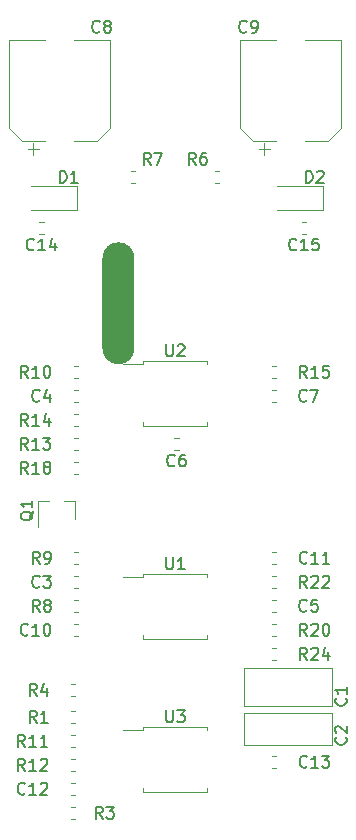
<source format=gbr>
G04 #@! TF.GenerationSoftware,KiCad,Pcbnew,5.1.4*
G04 #@! TF.CreationDate,2019-09-20T20:02:23+02:00*
G04 #@! TF.ProjectId,PolivoksVCF,506f6c69-766f-46b7-9356-43462e6b6963,rev?*
G04 #@! TF.SameCoordinates,Original*
G04 #@! TF.FileFunction,Legend,Top*
G04 #@! TF.FilePolarity,Positive*
%FSLAX46Y46*%
G04 Gerber Fmt 4.6, Leading zero omitted, Abs format (unit mm)*
G04 Created by KiCad (PCBNEW 5.1.4) date 2019-09-20 20:02:23*
%MOMM*%
%LPD*%
G04 APERTURE LIST*
%ADD10C,0.120000*%
%ADD11C,0.150000*%
%ADD12C,0.100000*%
G04 APERTURE END LIST*
D10*
X279096000Y-75788000D02*
X271656000Y-75788000D01*
X279096000Y-72548000D02*
X271656000Y-72548000D01*
X279096000Y-75788000D02*
X279096000Y-72548000D01*
X271656000Y-75788000D02*
X271656000Y-72548000D01*
X279096000Y-79094000D02*
X271656000Y-79094000D01*
X279096000Y-76354000D02*
X271656000Y-76354000D01*
X279096000Y-79094000D02*
X279096000Y-76354000D01*
X271656000Y-79094000D02*
X271656000Y-76354000D01*
X257586267Y-64768000D02*
X257243733Y-64768000D01*
X257586267Y-65788000D02*
X257243733Y-65788000D01*
X257243733Y-49020000D02*
X257586267Y-49020000D01*
X257243733Y-50040000D02*
X257586267Y-50040000D01*
X274378267Y-66800000D02*
X274035733Y-66800000D01*
X274378267Y-67820000D02*
X274035733Y-67820000D01*
X266109267Y-53084000D02*
X265766733Y-53084000D01*
X266109267Y-54104000D02*
X265766733Y-54104000D01*
X274035733Y-49020000D02*
X274378267Y-49020000D01*
X274035733Y-50040000D02*
X274378267Y-50040000D01*
X260292000Y-19362000D02*
X257242000Y-19362000D01*
X251772000Y-19362000D02*
X254822000Y-19362000D01*
X251772000Y-26817563D02*
X251772000Y-19362000D01*
X260292000Y-26817563D02*
X260292000Y-19362000D01*
X259227563Y-27882000D02*
X257242000Y-27882000D01*
X252836437Y-27882000D02*
X254822000Y-27882000D01*
X252836437Y-27882000D02*
X251772000Y-26817563D01*
X259227563Y-27882000D02*
X260292000Y-26817563D01*
X253822000Y-29122000D02*
X253822000Y-28122000D01*
X253322000Y-28622000D02*
X254322000Y-28622000D01*
X272880000Y-28622000D02*
X273880000Y-28622000D01*
X273380000Y-29122000D02*
X273380000Y-28122000D01*
X278785563Y-27882000D02*
X279850000Y-26817563D01*
X272394437Y-27882000D02*
X271330000Y-26817563D01*
X272394437Y-27882000D02*
X274380000Y-27882000D01*
X278785563Y-27882000D02*
X276800000Y-27882000D01*
X279850000Y-26817563D02*
X279850000Y-19362000D01*
X271330000Y-26817563D02*
X271330000Y-19362000D01*
X271330000Y-19362000D02*
X274380000Y-19362000D01*
X279850000Y-19362000D02*
X276800000Y-19362000D01*
X257243733Y-69852000D02*
X257586267Y-69852000D01*
X257243733Y-68832000D02*
X257586267Y-68832000D01*
X274035733Y-62736000D02*
X274378267Y-62736000D01*
X274035733Y-63756000D02*
X274378267Y-63756000D01*
X256989733Y-83314000D02*
X257332267Y-83314000D01*
X256989733Y-82294000D02*
X257332267Y-82294000D01*
X274035733Y-80008000D02*
X274378267Y-80008000D01*
X274035733Y-81028000D02*
X274378267Y-81028000D01*
X254679267Y-34796000D02*
X254336733Y-34796000D01*
X254679267Y-35816000D02*
X254336733Y-35816000D01*
X276890267Y-35816000D02*
X276547733Y-35816000D01*
X276890267Y-34796000D02*
X276547733Y-34796000D01*
D11*
X259752501Y-45466000D02*
X259752501Y-37846000D01*
X262292501Y-37846000D02*
X262292501Y-45466000D01*
X259752501Y-37846000D02*
G75*
G02X262292501Y-37846000I1270000J0D01*
G01*
X262292501Y-45466000D02*
G75*
G02X259752501Y-45466000I-1270000J0D01*
G01*
D12*
G36*
X259737261Y-45496480D02*
G01*
X259737261Y-37729160D01*
X260021741Y-37063680D01*
X260585621Y-36631880D01*
X261256181Y-36581080D01*
X261875941Y-36926520D01*
X262231541Y-37388800D01*
X262282341Y-37962840D01*
X262272181Y-45684440D01*
X262038501Y-46228000D01*
X261474621Y-46664880D01*
X260829461Y-46730920D01*
X260260501Y-46497240D01*
X259864261Y-45994320D01*
X259737261Y-45471080D01*
X259737261Y-45496480D01*
G37*
X259737261Y-45496480D02*
X259737261Y-37729160D01*
X260021741Y-37063680D01*
X260585621Y-36631880D01*
X261256181Y-36581080D01*
X261875941Y-36926520D01*
X262231541Y-37388800D01*
X262282341Y-37962840D01*
X262272181Y-45684440D01*
X262038501Y-46228000D01*
X261474621Y-46664880D01*
X260829461Y-46730920D01*
X260260501Y-46497240D01*
X259864261Y-45994320D01*
X259737261Y-45471080D01*
X259737261Y-45496480D01*
D10*
X257358000Y-58422000D02*
X256428000Y-58422000D01*
X254198000Y-58422000D02*
X255128000Y-58422000D01*
X254198000Y-58422000D02*
X254198000Y-60582000D01*
X257358000Y-58422000D02*
X257358000Y-59882000D01*
X257332267Y-77218000D02*
X256989733Y-77218000D01*
X257332267Y-76198000D02*
X256989733Y-76198000D01*
X256989733Y-84326000D02*
X257332267Y-84326000D01*
X256989733Y-85346000D02*
X257332267Y-85346000D01*
X256989733Y-74932000D02*
X257332267Y-74932000D01*
X256989733Y-73912000D02*
X257332267Y-73912000D01*
X269181733Y-30478000D02*
X269524267Y-30478000D01*
X269181733Y-31498000D02*
X269524267Y-31498000D01*
X262069733Y-31498000D02*
X262412267Y-31498000D01*
X262069733Y-30478000D02*
X262412267Y-30478000D01*
X257586267Y-66800000D02*
X257243733Y-66800000D01*
X257586267Y-67820000D02*
X257243733Y-67820000D01*
X257243733Y-62736000D02*
X257586267Y-62736000D01*
X257243733Y-63756000D02*
X257586267Y-63756000D01*
X257586267Y-46988000D02*
X257243733Y-46988000D01*
X257586267Y-48008000D02*
X257243733Y-48008000D01*
X257332267Y-79250000D02*
X256989733Y-79250000D01*
X257332267Y-78230000D02*
X256989733Y-78230000D01*
X256989733Y-81282000D02*
X257332267Y-81282000D01*
X256989733Y-80262000D02*
X257332267Y-80262000D01*
X257586267Y-54104000D02*
X257243733Y-54104000D01*
X257586267Y-53084000D02*
X257243733Y-53084000D01*
X257243733Y-52072000D02*
X257586267Y-52072000D01*
X257243733Y-51052000D02*
X257586267Y-51052000D01*
X274035733Y-48008000D02*
X274378267Y-48008000D01*
X274035733Y-46988000D02*
X274378267Y-46988000D01*
X257586267Y-56136000D02*
X257243733Y-56136000D01*
X257586267Y-55116000D02*
X257243733Y-55116000D01*
X274378267Y-68832000D02*
X274035733Y-68832000D01*
X274378267Y-69852000D02*
X274035733Y-69852000D01*
X274035733Y-64768000D02*
X274378267Y-64768000D01*
X274035733Y-65788000D02*
X274378267Y-65788000D01*
X274378267Y-71884000D02*
X274035733Y-71884000D01*
X274378267Y-70864000D02*
X274035733Y-70864000D01*
X265811000Y-70057500D02*
X268558500Y-70057500D01*
X268558500Y-70057500D02*
X268558500Y-69775000D01*
X265811000Y-70057500D02*
X263063500Y-70057500D01*
X263063500Y-70057500D02*
X263063500Y-69775000D01*
X265811000Y-64562500D02*
X268558500Y-64562500D01*
X268558500Y-64562500D02*
X268558500Y-64845000D01*
X265811000Y-64562500D02*
X263063500Y-64562500D01*
X263063500Y-64562500D02*
X263063500Y-64845000D01*
X263063500Y-64845000D02*
X261411000Y-64845000D01*
X265811000Y-52023500D02*
X268558500Y-52023500D01*
X268558500Y-52023500D02*
X268558500Y-51741000D01*
X265811000Y-52023500D02*
X263063500Y-52023500D01*
X263063500Y-52023500D02*
X263063500Y-51741000D01*
X265811000Y-46528500D02*
X268558500Y-46528500D01*
X268558500Y-46528500D02*
X268558500Y-46811000D01*
X265811000Y-46528500D02*
X263063500Y-46528500D01*
X263063500Y-46528500D02*
X263063500Y-46811000D01*
X263063500Y-46811000D02*
X261411000Y-46811000D01*
X263063500Y-77799000D02*
X261411000Y-77799000D01*
X263063500Y-77516500D02*
X263063500Y-77799000D01*
X265811000Y-77516500D02*
X263063500Y-77516500D01*
X268558500Y-77516500D02*
X268558500Y-77799000D01*
X265811000Y-77516500D02*
X268558500Y-77516500D01*
X263063500Y-83011500D02*
X263063500Y-82729000D01*
X265811000Y-83011500D02*
X263063500Y-83011500D01*
X268558500Y-83011500D02*
X268558500Y-82729000D01*
X265811000Y-83011500D02*
X268558500Y-83011500D01*
X257520000Y-33766000D02*
X253620000Y-33766000D01*
X257520000Y-31766000D02*
X253620000Y-31766000D01*
X257520000Y-33766000D02*
X257520000Y-31766000D01*
X278348000Y-33766000D02*
X278348000Y-31766000D01*
X278348000Y-31766000D02*
X274448000Y-31766000D01*
X278348000Y-33766000D02*
X274448000Y-33766000D01*
D11*
X280265142Y-75096666D02*
X280312761Y-75144285D01*
X280360380Y-75287142D01*
X280360380Y-75382380D01*
X280312761Y-75525238D01*
X280217523Y-75620476D01*
X280122285Y-75668095D01*
X279931809Y-75715714D01*
X279788952Y-75715714D01*
X279598476Y-75668095D01*
X279503238Y-75620476D01*
X279408000Y-75525238D01*
X279360380Y-75382380D01*
X279360380Y-75287142D01*
X279408000Y-75144285D01*
X279455619Y-75096666D01*
X280360380Y-74144285D02*
X280360380Y-74715714D01*
X280360380Y-74430000D02*
X279360380Y-74430000D01*
X279503238Y-74525238D01*
X279598476Y-74620476D01*
X279646095Y-74715714D01*
X280265142Y-78398666D02*
X280312761Y-78446285D01*
X280360380Y-78589142D01*
X280360380Y-78684380D01*
X280312761Y-78827238D01*
X280217523Y-78922476D01*
X280122285Y-78970095D01*
X279931809Y-79017714D01*
X279788952Y-79017714D01*
X279598476Y-78970095D01*
X279503238Y-78922476D01*
X279408000Y-78827238D01*
X279360380Y-78684380D01*
X279360380Y-78589142D01*
X279408000Y-78446285D01*
X279455619Y-78398666D01*
X279455619Y-78017714D02*
X279408000Y-77970095D01*
X279360380Y-77874857D01*
X279360380Y-77636761D01*
X279408000Y-77541523D01*
X279455619Y-77493904D01*
X279550857Y-77446285D01*
X279646095Y-77446285D01*
X279788952Y-77493904D01*
X280360380Y-78065333D01*
X280360380Y-77446285D01*
X254341333Y-65635142D02*
X254293714Y-65682761D01*
X254150857Y-65730380D01*
X254055619Y-65730380D01*
X253912761Y-65682761D01*
X253817523Y-65587523D01*
X253769904Y-65492285D01*
X253722285Y-65301809D01*
X253722285Y-65158952D01*
X253769904Y-64968476D01*
X253817523Y-64873238D01*
X253912761Y-64778000D01*
X254055619Y-64730380D01*
X254150857Y-64730380D01*
X254293714Y-64778000D01*
X254341333Y-64825619D01*
X254674666Y-64730380D02*
X255293714Y-64730380D01*
X254960380Y-65111333D01*
X255103238Y-65111333D01*
X255198476Y-65158952D01*
X255246095Y-65206571D01*
X255293714Y-65301809D01*
X255293714Y-65539904D01*
X255246095Y-65635142D01*
X255198476Y-65682761D01*
X255103238Y-65730380D01*
X254817523Y-65730380D01*
X254722285Y-65682761D01*
X254674666Y-65635142D01*
X254341333Y-49887142D02*
X254293714Y-49934761D01*
X254150857Y-49982380D01*
X254055619Y-49982380D01*
X253912761Y-49934761D01*
X253817523Y-49839523D01*
X253769904Y-49744285D01*
X253722285Y-49553809D01*
X253722285Y-49410952D01*
X253769904Y-49220476D01*
X253817523Y-49125238D01*
X253912761Y-49030000D01*
X254055619Y-48982380D01*
X254150857Y-48982380D01*
X254293714Y-49030000D01*
X254341333Y-49077619D01*
X255198476Y-49315714D02*
X255198476Y-49982380D01*
X254960380Y-48934761D02*
X254722285Y-49649047D01*
X255341333Y-49649047D01*
X276947333Y-67667142D02*
X276899714Y-67714761D01*
X276756857Y-67762380D01*
X276661619Y-67762380D01*
X276518761Y-67714761D01*
X276423523Y-67619523D01*
X276375904Y-67524285D01*
X276328285Y-67333809D01*
X276328285Y-67190952D01*
X276375904Y-67000476D01*
X276423523Y-66905238D01*
X276518761Y-66810000D01*
X276661619Y-66762380D01*
X276756857Y-66762380D01*
X276899714Y-66810000D01*
X276947333Y-66857619D01*
X277852095Y-66762380D02*
X277375904Y-66762380D01*
X277328285Y-67238571D01*
X277375904Y-67190952D01*
X277471142Y-67143333D01*
X277709238Y-67143333D01*
X277804476Y-67190952D01*
X277852095Y-67238571D01*
X277899714Y-67333809D01*
X277899714Y-67571904D01*
X277852095Y-67667142D01*
X277804476Y-67714761D01*
X277709238Y-67762380D01*
X277471142Y-67762380D01*
X277375904Y-67714761D01*
X277328285Y-67667142D01*
X265771333Y-55381142D02*
X265723714Y-55428761D01*
X265580857Y-55476380D01*
X265485619Y-55476380D01*
X265342761Y-55428761D01*
X265247523Y-55333523D01*
X265199904Y-55238285D01*
X265152285Y-55047809D01*
X265152285Y-54904952D01*
X265199904Y-54714476D01*
X265247523Y-54619238D01*
X265342761Y-54524000D01*
X265485619Y-54476380D01*
X265580857Y-54476380D01*
X265723714Y-54524000D01*
X265771333Y-54571619D01*
X266628476Y-54476380D02*
X266438000Y-54476380D01*
X266342761Y-54524000D01*
X266295142Y-54571619D01*
X266199904Y-54714476D01*
X266152285Y-54904952D01*
X266152285Y-55285904D01*
X266199904Y-55381142D01*
X266247523Y-55428761D01*
X266342761Y-55476380D01*
X266533238Y-55476380D01*
X266628476Y-55428761D01*
X266676095Y-55381142D01*
X266723714Y-55285904D01*
X266723714Y-55047809D01*
X266676095Y-54952571D01*
X266628476Y-54904952D01*
X266533238Y-54857333D01*
X266342761Y-54857333D01*
X266247523Y-54904952D01*
X266199904Y-54952571D01*
X266152285Y-55047809D01*
X276947333Y-49887142D02*
X276899714Y-49934761D01*
X276756857Y-49982380D01*
X276661619Y-49982380D01*
X276518761Y-49934761D01*
X276423523Y-49839523D01*
X276375904Y-49744285D01*
X276328285Y-49553809D01*
X276328285Y-49410952D01*
X276375904Y-49220476D01*
X276423523Y-49125238D01*
X276518761Y-49030000D01*
X276661619Y-48982380D01*
X276756857Y-48982380D01*
X276899714Y-49030000D01*
X276947333Y-49077619D01*
X277280666Y-48982380D02*
X277947333Y-48982380D01*
X277518761Y-49982380D01*
X259421333Y-18645142D02*
X259373714Y-18692761D01*
X259230857Y-18740380D01*
X259135619Y-18740380D01*
X258992761Y-18692761D01*
X258897523Y-18597523D01*
X258849904Y-18502285D01*
X258802285Y-18311809D01*
X258802285Y-18168952D01*
X258849904Y-17978476D01*
X258897523Y-17883238D01*
X258992761Y-17788000D01*
X259135619Y-17740380D01*
X259230857Y-17740380D01*
X259373714Y-17788000D01*
X259421333Y-17835619D01*
X259992761Y-18168952D02*
X259897523Y-18121333D01*
X259849904Y-18073714D01*
X259802285Y-17978476D01*
X259802285Y-17930857D01*
X259849904Y-17835619D01*
X259897523Y-17788000D01*
X259992761Y-17740380D01*
X260183238Y-17740380D01*
X260278476Y-17788000D01*
X260326095Y-17835619D01*
X260373714Y-17930857D01*
X260373714Y-17978476D01*
X260326095Y-18073714D01*
X260278476Y-18121333D01*
X260183238Y-18168952D01*
X259992761Y-18168952D01*
X259897523Y-18216571D01*
X259849904Y-18264190D01*
X259802285Y-18359428D01*
X259802285Y-18549904D01*
X259849904Y-18645142D01*
X259897523Y-18692761D01*
X259992761Y-18740380D01*
X260183238Y-18740380D01*
X260278476Y-18692761D01*
X260326095Y-18645142D01*
X260373714Y-18549904D01*
X260373714Y-18359428D01*
X260326095Y-18264190D01*
X260278476Y-18216571D01*
X260183238Y-18168952D01*
X271867333Y-18645142D02*
X271819714Y-18692761D01*
X271676857Y-18740380D01*
X271581619Y-18740380D01*
X271438761Y-18692761D01*
X271343523Y-18597523D01*
X271295904Y-18502285D01*
X271248285Y-18311809D01*
X271248285Y-18168952D01*
X271295904Y-17978476D01*
X271343523Y-17883238D01*
X271438761Y-17788000D01*
X271581619Y-17740380D01*
X271676857Y-17740380D01*
X271819714Y-17788000D01*
X271867333Y-17835619D01*
X272343523Y-18740380D02*
X272534000Y-18740380D01*
X272629238Y-18692761D01*
X272676857Y-18645142D01*
X272772095Y-18502285D01*
X272819714Y-18311809D01*
X272819714Y-17930857D01*
X272772095Y-17835619D01*
X272724476Y-17788000D01*
X272629238Y-17740380D01*
X272438761Y-17740380D01*
X272343523Y-17788000D01*
X272295904Y-17835619D01*
X272248285Y-17930857D01*
X272248285Y-18168952D01*
X272295904Y-18264190D01*
X272343523Y-18311809D01*
X272438761Y-18359428D01*
X272629238Y-18359428D01*
X272724476Y-18311809D01*
X272772095Y-18264190D01*
X272819714Y-18168952D01*
X253357142Y-69699142D02*
X253309523Y-69746761D01*
X253166666Y-69794380D01*
X253071428Y-69794380D01*
X252928571Y-69746761D01*
X252833333Y-69651523D01*
X252785714Y-69556285D01*
X252738095Y-69365809D01*
X252738095Y-69222952D01*
X252785714Y-69032476D01*
X252833333Y-68937238D01*
X252928571Y-68842000D01*
X253071428Y-68794380D01*
X253166666Y-68794380D01*
X253309523Y-68842000D01*
X253357142Y-68889619D01*
X254309523Y-69794380D02*
X253738095Y-69794380D01*
X254023809Y-69794380D02*
X254023809Y-68794380D01*
X253928571Y-68937238D01*
X253833333Y-69032476D01*
X253738095Y-69080095D01*
X254928571Y-68794380D02*
X255023809Y-68794380D01*
X255119047Y-68842000D01*
X255166666Y-68889619D01*
X255214285Y-68984857D01*
X255261904Y-69175333D01*
X255261904Y-69413428D01*
X255214285Y-69603904D01*
X255166666Y-69699142D01*
X255119047Y-69746761D01*
X255023809Y-69794380D01*
X254928571Y-69794380D01*
X254833333Y-69746761D01*
X254785714Y-69699142D01*
X254738095Y-69603904D01*
X254690476Y-69413428D01*
X254690476Y-69175333D01*
X254738095Y-68984857D01*
X254785714Y-68889619D01*
X254833333Y-68842000D01*
X254928571Y-68794380D01*
X276979142Y-63603142D02*
X276931523Y-63650761D01*
X276788666Y-63698380D01*
X276693428Y-63698380D01*
X276550571Y-63650761D01*
X276455333Y-63555523D01*
X276407714Y-63460285D01*
X276360095Y-63269809D01*
X276360095Y-63126952D01*
X276407714Y-62936476D01*
X276455333Y-62841238D01*
X276550571Y-62746000D01*
X276693428Y-62698380D01*
X276788666Y-62698380D01*
X276931523Y-62746000D01*
X276979142Y-62793619D01*
X277931523Y-63698380D02*
X277360095Y-63698380D01*
X277645809Y-63698380D02*
X277645809Y-62698380D01*
X277550571Y-62841238D01*
X277455333Y-62936476D01*
X277360095Y-62984095D01*
X278883904Y-63698380D02*
X278312476Y-63698380D01*
X278598190Y-63698380D02*
X278598190Y-62698380D01*
X278502952Y-62841238D01*
X278407714Y-62936476D01*
X278312476Y-62984095D01*
X253103142Y-83161142D02*
X253055523Y-83208761D01*
X252912666Y-83256380D01*
X252817428Y-83256380D01*
X252674571Y-83208761D01*
X252579333Y-83113523D01*
X252531714Y-83018285D01*
X252484095Y-82827809D01*
X252484095Y-82684952D01*
X252531714Y-82494476D01*
X252579333Y-82399238D01*
X252674571Y-82304000D01*
X252817428Y-82256380D01*
X252912666Y-82256380D01*
X253055523Y-82304000D01*
X253103142Y-82351619D01*
X254055523Y-83256380D02*
X253484095Y-83256380D01*
X253769809Y-83256380D02*
X253769809Y-82256380D01*
X253674571Y-82399238D01*
X253579333Y-82494476D01*
X253484095Y-82542095D01*
X254436476Y-82351619D02*
X254484095Y-82304000D01*
X254579333Y-82256380D01*
X254817428Y-82256380D01*
X254912666Y-82304000D01*
X254960285Y-82351619D01*
X255007904Y-82446857D01*
X255007904Y-82542095D01*
X254960285Y-82684952D01*
X254388857Y-83256380D01*
X255007904Y-83256380D01*
X276979142Y-80875142D02*
X276931523Y-80922761D01*
X276788666Y-80970380D01*
X276693428Y-80970380D01*
X276550571Y-80922761D01*
X276455333Y-80827523D01*
X276407714Y-80732285D01*
X276360095Y-80541809D01*
X276360095Y-80398952D01*
X276407714Y-80208476D01*
X276455333Y-80113238D01*
X276550571Y-80018000D01*
X276693428Y-79970380D01*
X276788666Y-79970380D01*
X276931523Y-80018000D01*
X276979142Y-80065619D01*
X277931523Y-80970380D02*
X277360095Y-80970380D01*
X277645809Y-80970380D02*
X277645809Y-79970380D01*
X277550571Y-80113238D01*
X277455333Y-80208476D01*
X277360095Y-80256095D01*
X278264857Y-79970380D02*
X278883904Y-79970380D01*
X278550571Y-80351333D01*
X278693428Y-80351333D01*
X278788666Y-80398952D01*
X278836285Y-80446571D01*
X278883904Y-80541809D01*
X278883904Y-80779904D01*
X278836285Y-80875142D01*
X278788666Y-80922761D01*
X278693428Y-80970380D01*
X278407714Y-80970380D01*
X278312476Y-80922761D01*
X278264857Y-80875142D01*
X253865142Y-37093142D02*
X253817523Y-37140761D01*
X253674666Y-37188380D01*
X253579428Y-37188380D01*
X253436571Y-37140761D01*
X253341333Y-37045523D01*
X253293714Y-36950285D01*
X253246095Y-36759809D01*
X253246095Y-36616952D01*
X253293714Y-36426476D01*
X253341333Y-36331238D01*
X253436571Y-36236000D01*
X253579428Y-36188380D01*
X253674666Y-36188380D01*
X253817523Y-36236000D01*
X253865142Y-36283619D01*
X254817523Y-37188380D02*
X254246095Y-37188380D01*
X254531809Y-37188380D02*
X254531809Y-36188380D01*
X254436571Y-36331238D01*
X254341333Y-36426476D01*
X254246095Y-36474095D01*
X255674666Y-36521714D02*
X255674666Y-37188380D01*
X255436571Y-36140761D02*
X255198476Y-36855047D01*
X255817523Y-36855047D01*
X276076142Y-37093142D02*
X276028523Y-37140761D01*
X275885666Y-37188380D01*
X275790428Y-37188380D01*
X275647571Y-37140761D01*
X275552333Y-37045523D01*
X275504714Y-36950285D01*
X275457095Y-36759809D01*
X275457095Y-36616952D01*
X275504714Y-36426476D01*
X275552333Y-36331238D01*
X275647571Y-36236000D01*
X275790428Y-36188380D01*
X275885666Y-36188380D01*
X276028523Y-36236000D01*
X276076142Y-36283619D01*
X277028523Y-37188380D02*
X276457095Y-37188380D01*
X276742809Y-37188380D02*
X276742809Y-36188380D01*
X276647571Y-36331238D01*
X276552333Y-36426476D01*
X276457095Y-36474095D01*
X277933285Y-36188380D02*
X277457095Y-36188380D01*
X277409476Y-36664571D01*
X277457095Y-36616952D01*
X277552333Y-36569333D01*
X277790428Y-36569333D01*
X277885666Y-36616952D01*
X277933285Y-36664571D01*
X277980904Y-36759809D01*
X277980904Y-36997904D01*
X277933285Y-37093142D01*
X277885666Y-37140761D01*
X277790428Y-37188380D01*
X277552333Y-37188380D01*
X277457095Y-37140761D01*
X277409476Y-37093142D01*
X253825619Y-59277238D02*
X253778000Y-59372476D01*
X253682761Y-59467714D01*
X253539904Y-59610571D01*
X253492285Y-59705809D01*
X253492285Y-59801047D01*
X253730380Y-59753428D02*
X253682761Y-59848666D01*
X253587523Y-59943904D01*
X253397047Y-59991523D01*
X253063714Y-59991523D01*
X252873238Y-59943904D01*
X252778000Y-59848666D01*
X252730380Y-59753428D01*
X252730380Y-59562952D01*
X252778000Y-59467714D01*
X252873238Y-59372476D01*
X253063714Y-59324857D01*
X253397047Y-59324857D01*
X253587523Y-59372476D01*
X253682761Y-59467714D01*
X253730380Y-59562952D01*
X253730380Y-59753428D01*
X253730380Y-58372476D02*
X253730380Y-58943904D01*
X253730380Y-58658190D02*
X252730380Y-58658190D01*
X252873238Y-58753428D01*
X252968476Y-58848666D01*
X253016095Y-58943904D01*
X254087333Y-77160380D02*
X253754000Y-76684190D01*
X253515904Y-77160380D02*
X253515904Y-76160380D01*
X253896857Y-76160380D01*
X253992095Y-76208000D01*
X254039714Y-76255619D01*
X254087333Y-76350857D01*
X254087333Y-76493714D01*
X254039714Y-76588952D01*
X253992095Y-76636571D01*
X253896857Y-76684190D01*
X253515904Y-76684190D01*
X255039714Y-77160380D02*
X254468285Y-77160380D01*
X254754000Y-77160380D02*
X254754000Y-76160380D01*
X254658761Y-76303238D01*
X254563523Y-76398476D01*
X254468285Y-76446095D01*
X259675333Y-85288380D02*
X259342000Y-84812190D01*
X259103904Y-85288380D02*
X259103904Y-84288380D01*
X259484857Y-84288380D01*
X259580095Y-84336000D01*
X259627714Y-84383619D01*
X259675333Y-84478857D01*
X259675333Y-84621714D01*
X259627714Y-84716952D01*
X259580095Y-84764571D01*
X259484857Y-84812190D01*
X259103904Y-84812190D01*
X260008666Y-84288380D02*
X260627714Y-84288380D01*
X260294380Y-84669333D01*
X260437238Y-84669333D01*
X260532476Y-84716952D01*
X260580095Y-84764571D01*
X260627714Y-84859809D01*
X260627714Y-85097904D01*
X260580095Y-85193142D01*
X260532476Y-85240761D01*
X260437238Y-85288380D01*
X260151523Y-85288380D01*
X260056285Y-85240761D01*
X260008666Y-85193142D01*
X254087333Y-74874380D02*
X253754000Y-74398190D01*
X253515904Y-74874380D02*
X253515904Y-73874380D01*
X253896857Y-73874380D01*
X253992095Y-73922000D01*
X254039714Y-73969619D01*
X254087333Y-74064857D01*
X254087333Y-74207714D01*
X254039714Y-74302952D01*
X253992095Y-74350571D01*
X253896857Y-74398190D01*
X253515904Y-74398190D01*
X254944476Y-74207714D02*
X254944476Y-74874380D01*
X254706380Y-73826761D02*
X254468285Y-74541047D01*
X255087333Y-74541047D01*
X267549333Y-29916380D02*
X267216000Y-29440190D01*
X266977904Y-29916380D02*
X266977904Y-28916380D01*
X267358857Y-28916380D01*
X267454095Y-28964000D01*
X267501714Y-29011619D01*
X267549333Y-29106857D01*
X267549333Y-29249714D01*
X267501714Y-29344952D01*
X267454095Y-29392571D01*
X267358857Y-29440190D01*
X266977904Y-29440190D01*
X268406476Y-28916380D02*
X268216000Y-28916380D01*
X268120761Y-28964000D01*
X268073142Y-29011619D01*
X267977904Y-29154476D01*
X267930285Y-29344952D01*
X267930285Y-29725904D01*
X267977904Y-29821142D01*
X268025523Y-29868761D01*
X268120761Y-29916380D01*
X268311238Y-29916380D01*
X268406476Y-29868761D01*
X268454095Y-29821142D01*
X268501714Y-29725904D01*
X268501714Y-29487809D01*
X268454095Y-29392571D01*
X268406476Y-29344952D01*
X268311238Y-29297333D01*
X268120761Y-29297333D01*
X268025523Y-29344952D01*
X267977904Y-29392571D01*
X267930285Y-29487809D01*
X263739333Y-29916380D02*
X263406000Y-29440190D01*
X263167904Y-29916380D02*
X263167904Y-28916380D01*
X263548857Y-28916380D01*
X263644095Y-28964000D01*
X263691714Y-29011619D01*
X263739333Y-29106857D01*
X263739333Y-29249714D01*
X263691714Y-29344952D01*
X263644095Y-29392571D01*
X263548857Y-29440190D01*
X263167904Y-29440190D01*
X264072666Y-28916380D02*
X264739333Y-28916380D01*
X264310761Y-29916380D01*
X254341333Y-67762380D02*
X254008000Y-67286190D01*
X253769904Y-67762380D02*
X253769904Y-66762380D01*
X254150857Y-66762380D01*
X254246095Y-66810000D01*
X254293714Y-66857619D01*
X254341333Y-66952857D01*
X254341333Y-67095714D01*
X254293714Y-67190952D01*
X254246095Y-67238571D01*
X254150857Y-67286190D01*
X253769904Y-67286190D01*
X254912761Y-67190952D02*
X254817523Y-67143333D01*
X254769904Y-67095714D01*
X254722285Y-67000476D01*
X254722285Y-66952857D01*
X254769904Y-66857619D01*
X254817523Y-66810000D01*
X254912761Y-66762380D01*
X255103238Y-66762380D01*
X255198476Y-66810000D01*
X255246095Y-66857619D01*
X255293714Y-66952857D01*
X255293714Y-67000476D01*
X255246095Y-67095714D01*
X255198476Y-67143333D01*
X255103238Y-67190952D01*
X254912761Y-67190952D01*
X254817523Y-67238571D01*
X254769904Y-67286190D01*
X254722285Y-67381428D01*
X254722285Y-67571904D01*
X254769904Y-67667142D01*
X254817523Y-67714761D01*
X254912761Y-67762380D01*
X255103238Y-67762380D01*
X255198476Y-67714761D01*
X255246095Y-67667142D01*
X255293714Y-67571904D01*
X255293714Y-67381428D01*
X255246095Y-67286190D01*
X255198476Y-67238571D01*
X255103238Y-67190952D01*
X254341333Y-63698380D02*
X254008000Y-63222190D01*
X253769904Y-63698380D02*
X253769904Y-62698380D01*
X254150857Y-62698380D01*
X254246095Y-62746000D01*
X254293714Y-62793619D01*
X254341333Y-62888857D01*
X254341333Y-63031714D01*
X254293714Y-63126952D01*
X254246095Y-63174571D01*
X254150857Y-63222190D01*
X253769904Y-63222190D01*
X254817523Y-63698380D02*
X255008000Y-63698380D01*
X255103238Y-63650761D01*
X255150857Y-63603142D01*
X255246095Y-63460285D01*
X255293714Y-63269809D01*
X255293714Y-62888857D01*
X255246095Y-62793619D01*
X255198476Y-62746000D01*
X255103238Y-62698380D01*
X254912761Y-62698380D01*
X254817523Y-62746000D01*
X254769904Y-62793619D01*
X254722285Y-62888857D01*
X254722285Y-63126952D01*
X254769904Y-63222190D01*
X254817523Y-63269809D01*
X254912761Y-63317428D01*
X255103238Y-63317428D01*
X255198476Y-63269809D01*
X255246095Y-63222190D01*
X255293714Y-63126952D01*
X253357142Y-47950380D02*
X253023809Y-47474190D01*
X252785714Y-47950380D02*
X252785714Y-46950380D01*
X253166666Y-46950380D01*
X253261904Y-46998000D01*
X253309523Y-47045619D01*
X253357142Y-47140857D01*
X253357142Y-47283714D01*
X253309523Y-47378952D01*
X253261904Y-47426571D01*
X253166666Y-47474190D01*
X252785714Y-47474190D01*
X254309523Y-47950380D02*
X253738095Y-47950380D01*
X254023809Y-47950380D02*
X254023809Y-46950380D01*
X253928571Y-47093238D01*
X253833333Y-47188476D01*
X253738095Y-47236095D01*
X254928571Y-46950380D02*
X255023809Y-46950380D01*
X255119047Y-46998000D01*
X255166666Y-47045619D01*
X255214285Y-47140857D01*
X255261904Y-47331333D01*
X255261904Y-47569428D01*
X255214285Y-47759904D01*
X255166666Y-47855142D01*
X255119047Y-47902761D01*
X255023809Y-47950380D01*
X254928571Y-47950380D01*
X254833333Y-47902761D01*
X254785714Y-47855142D01*
X254738095Y-47759904D01*
X254690476Y-47569428D01*
X254690476Y-47331333D01*
X254738095Y-47140857D01*
X254785714Y-47045619D01*
X254833333Y-46998000D01*
X254928571Y-46950380D01*
X253103142Y-79192380D02*
X252769809Y-78716190D01*
X252531714Y-79192380D02*
X252531714Y-78192380D01*
X252912666Y-78192380D01*
X253007904Y-78240000D01*
X253055523Y-78287619D01*
X253103142Y-78382857D01*
X253103142Y-78525714D01*
X253055523Y-78620952D01*
X253007904Y-78668571D01*
X252912666Y-78716190D01*
X252531714Y-78716190D01*
X254055523Y-79192380D02*
X253484095Y-79192380D01*
X253769809Y-79192380D02*
X253769809Y-78192380D01*
X253674571Y-78335238D01*
X253579333Y-78430476D01*
X253484095Y-78478095D01*
X255007904Y-79192380D02*
X254436476Y-79192380D01*
X254722190Y-79192380D02*
X254722190Y-78192380D01*
X254626952Y-78335238D01*
X254531714Y-78430476D01*
X254436476Y-78478095D01*
X253103142Y-81224380D02*
X252769809Y-80748190D01*
X252531714Y-81224380D02*
X252531714Y-80224380D01*
X252912666Y-80224380D01*
X253007904Y-80272000D01*
X253055523Y-80319619D01*
X253103142Y-80414857D01*
X253103142Y-80557714D01*
X253055523Y-80652952D01*
X253007904Y-80700571D01*
X252912666Y-80748190D01*
X252531714Y-80748190D01*
X254055523Y-81224380D02*
X253484095Y-81224380D01*
X253769809Y-81224380D02*
X253769809Y-80224380D01*
X253674571Y-80367238D01*
X253579333Y-80462476D01*
X253484095Y-80510095D01*
X254436476Y-80319619D02*
X254484095Y-80272000D01*
X254579333Y-80224380D01*
X254817428Y-80224380D01*
X254912666Y-80272000D01*
X254960285Y-80319619D01*
X255007904Y-80414857D01*
X255007904Y-80510095D01*
X254960285Y-80652952D01*
X254388857Y-81224380D01*
X255007904Y-81224380D01*
X253357142Y-54046380D02*
X253023809Y-53570190D01*
X252785714Y-54046380D02*
X252785714Y-53046380D01*
X253166666Y-53046380D01*
X253261904Y-53094000D01*
X253309523Y-53141619D01*
X253357142Y-53236857D01*
X253357142Y-53379714D01*
X253309523Y-53474952D01*
X253261904Y-53522571D01*
X253166666Y-53570190D01*
X252785714Y-53570190D01*
X254309523Y-54046380D02*
X253738095Y-54046380D01*
X254023809Y-54046380D02*
X254023809Y-53046380D01*
X253928571Y-53189238D01*
X253833333Y-53284476D01*
X253738095Y-53332095D01*
X254642857Y-53046380D02*
X255261904Y-53046380D01*
X254928571Y-53427333D01*
X255071428Y-53427333D01*
X255166666Y-53474952D01*
X255214285Y-53522571D01*
X255261904Y-53617809D01*
X255261904Y-53855904D01*
X255214285Y-53951142D01*
X255166666Y-53998761D01*
X255071428Y-54046380D01*
X254785714Y-54046380D01*
X254690476Y-53998761D01*
X254642857Y-53951142D01*
X253357142Y-52014380D02*
X253023809Y-51538190D01*
X252785714Y-52014380D02*
X252785714Y-51014380D01*
X253166666Y-51014380D01*
X253261904Y-51062000D01*
X253309523Y-51109619D01*
X253357142Y-51204857D01*
X253357142Y-51347714D01*
X253309523Y-51442952D01*
X253261904Y-51490571D01*
X253166666Y-51538190D01*
X252785714Y-51538190D01*
X254309523Y-52014380D02*
X253738095Y-52014380D01*
X254023809Y-52014380D02*
X254023809Y-51014380D01*
X253928571Y-51157238D01*
X253833333Y-51252476D01*
X253738095Y-51300095D01*
X255166666Y-51347714D02*
X255166666Y-52014380D01*
X254928571Y-50966761D02*
X254690476Y-51681047D01*
X255309523Y-51681047D01*
X276979142Y-47950380D02*
X276645809Y-47474190D01*
X276407714Y-47950380D02*
X276407714Y-46950380D01*
X276788666Y-46950380D01*
X276883904Y-46998000D01*
X276931523Y-47045619D01*
X276979142Y-47140857D01*
X276979142Y-47283714D01*
X276931523Y-47378952D01*
X276883904Y-47426571D01*
X276788666Y-47474190D01*
X276407714Y-47474190D01*
X277931523Y-47950380D02*
X277360095Y-47950380D01*
X277645809Y-47950380D02*
X277645809Y-46950380D01*
X277550571Y-47093238D01*
X277455333Y-47188476D01*
X277360095Y-47236095D01*
X278836285Y-46950380D02*
X278360095Y-46950380D01*
X278312476Y-47426571D01*
X278360095Y-47378952D01*
X278455333Y-47331333D01*
X278693428Y-47331333D01*
X278788666Y-47378952D01*
X278836285Y-47426571D01*
X278883904Y-47521809D01*
X278883904Y-47759904D01*
X278836285Y-47855142D01*
X278788666Y-47902761D01*
X278693428Y-47950380D01*
X278455333Y-47950380D01*
X278360095Y-47902761D01*
X278312476Y-47855142D01*
X253357142Y-56078380D02*
X253023809Y-55602190D01*
X252785714Y-56078380D02*
X252785714Y-55078380D01*
X253166666Y-55078380D01*
X253261904Y-55126000D01*
X253309523Y-55173619D01*
X253357142Y-55268857D01*
X253357142Y-55411714D01*
X253309523Y-55506952D01*
X253261904Y-55554571D01*
X253166666Y-55602190D01*
X252785714Y-55602190D01*
X254309523Y-56078380D02*
X253738095Y-56078380D01*
X254023809Y-56078380D02*
X254023809Y-55078380D01*
X253928571Y-55221238D01*
X253833333Y-55316476D01*
X253738095Y-55364095D01*
X254880952Y-55506952D02*
X254785714Y-55459333D01*
X254738095Y-55411714D01*
X254690476Y-55316476D01*
X254690476Y-55268857D01*
X254738095Y-55173619D01*
X254785714Y-55126000D01*
X254880952Y-55078380D01*
X255071428Y-55078380D01*
X255166666Y-55126000D01*
X255214285Y-55173619D01*
X255261904Y-55268857D01*
X255261904Y-55316476D01*
X255214285Y-55411714D01*
X255166666Y-55459333D01*
X255071428Y-55506952D01*
X254880952Y-55506952D01*
X254785714Y-55554571D01*
X254738095Y-55602190D01*
X254690476Y-55697428D01*
X254690476Y-55887904D01*
X254738095Y-55983142D01*
X254785714Y-56030761D01*
X254880952Y-56078380D01*
X255071428Y-56078380D01*
X255166666Y-56030761D01*
X255214285Y-55983142D01*
X255261904Y-55887904D01*
X255261904Y-55697428D01*
X255214285Y-55602190D01*
X255166666Y-55554571D01*
X255071428Y-55506952D01*
X276979142Y-69794380D02*
X276645809Y-69318190D01*
X276407714Y-69794380D02*
X276407714Y-68794380D01*
X276788666Y-68794380D01*
X276883904Y-68842000D01*
X276931523Y-68889619D01*
X276979142Y-68984857D01*
X276979142Y-69127714D01*
X276931523Y-69222952D01*
X276883904Y-69270571D01*
X276788666Y-69318190D01*
X276407714Y-69318190D01*
X277360095Y-68889619D02*
X277407714Y-68842000D01*
X277502952Y-68794380D01*
X277741047Y-68794380D01*
X277836285Y-68842000D01*
X277883904Y-68889619D01*
X277931523Y-68984857D01*
X277931523Y-69080095D01*
X277883904Y-69222952D01*
X277312476Y-69794380D01*
X277931523Y-69794380D01*
X278550571Y-68794380D02*
X278645809Y-68794380D01*
X278741047Y-68842000D01*
X278788666Y-68889619D01*
X278836285Y-68984857D01*
X278883904Y-69175333D01*
X278883904Y-69413428D01*
X278836285Y-69603904D01*
X278788666Y-69699142D01*
X278741047Y-69746761D01*
X278645809Y-69794380D01*
X278550571Y-69794380D01*
X278455333Y-69746761D01*
X278407714Y-69699142D01*
X278360095Y-69603904D01*
X278312476Y-69413428D01*
X278312476Y-69175333D01*
X278360095Y-68984857D01*
X278407714Y-68889619D01*
X278455333Y-68842000D01*
X278550571Y-68794380D01*
X276979142Y-65730380D02*
X276645809Y-65254190D01*
X276407714Y-65730380D02*
X276407714Y-64730380D01*
X276788666Y-64730380D01*
X276883904Y-64778000D01*
X276931523Y-64825619D01*
X276979142Y-64920857D01*
X276979142Y-65063714D01*
X276931523Y-65158952D01*
X276883904Y-65206571D01*
X276788666Y-65254190D01*
X276407714Y-65254190D01*
X277360095Y-64825619D02*
X277407714Y-64778000D01*
X277502952Y-64730380D01*
X277741047Y-64730380D01*
X277836285Y-64778000D01*
X277883904Y-64825619D01*
X277931523Y-64920857D01*
X277931523Y-65016095D01*
X277883904Y-65158952D01*
X277312476Y-65730380D01*
X277931523Y-65730380D01*
X278312476Y-64825619D02*
X278360095Y-64778000D01*
X278455333Y-64730380D01*
X278693428Y-64730380D01*
X278788666Y-64778000D01*
X278836285Y-64825619D01*
X278883904Y-64920857D01*
X278883904Y-65016095D01*
X278836285Y-65158952D01*
X278264857Y-65730380D01*
X278883904Y-65730380D01*
X276979142Y-71826380D02*
X276645809Y-71350190D01*
X276407714Y-71826380D02*
X276407714Y-70826380D01*
X276788666Y-70826380D01*
X276883904Y-70874000D01*
X276931523Y-70921619D01*
X276979142Y-71016857D01*
X276979142Y-71159714D01*
X276931523Y-71254952D01*
X276883904Y-71302571D01*
X276788666Y-71350190D01*
X276407714Y-71350190D01*
X277360095Y-70921619D02*
X277407714Y-70874000D01*
X277502952Y-70826380D01*
X277741047Y-70826380D01*
X277836285Y-70874000D01*
X277883904Y-70921619D01*
X277931523Y-71016857D01*
X277931523Y-71112095D01*
X277883904Y-71254952D01*
X277312476Y-71826380D01*
X277931523Y-71826380D01*
X278788666Y-71159714D02*
X278788666Y-71826380D01*
X278550571Y-70778761D02*
X278312476Y-71493047D01*
X278931523Y-71493047D01*
X265049095Y-63172380D02*
X265049095Y-63981904D01*
X265096714Y-64077142D01*
X265144333Y-64124761D01*
X265239571Y-64172380D01*
X265430047Y-64172380D01*
X265525285Y-64124761D01*
X265572904Y-64077142D01*
X265620523Y-63981904D01*
X265620523Y-63172380D01*
X266620523Y-64172380D02*
X266049095Y-64172380D01*
X266334809Y-64172380D02*
X266334809Y-63172380D01*
X266239571Y-63315238D01*
X266144333Y-63410476D01*
X266049095Y-63458095D01*
X265049095Y-45138380D02*
X265049095Y-45947904D01*
X265096714Y-46043142D01*
X265144333Y-46090761D01*
X265239571Y-46138380D01*
X265430047Y-46138380D01*
X265525285Y-46090761D01*
X265572904Y-46043142D01*
X265620523Y-45947904D01*
X265620523Y-45138380D01*
X266049095Y-45233619D02*
X266096714Y-45186000D01*
X266191952Y-45138380D01*
X266430047Y-45138380D01*
X266525285Y-45186000D01*
X266572904Y-45233619D01*
X266620523Y-45328857D01*
X266620523Y-45424095D01*
X266572904Y-45566952D01*
X266001476Y-46138380D01*
X266620523Y-46138380D01*
X265049095Y-76126380D02*
X265049095Y-76935904D01*
X265096714Y-77031142D01*
X265144333Y-77078761D01*
X265239571Y-77126380D01*
X265430047Y-77126380D01*
X265525285Y-77078761D01*
X265572904Y-77031142D01*
X265620523Y-76935904D01*
X265620523Y-76126380D01*
X266001476Y-76126380D02*
X266620523Y-76126380D01*
X266287190Y-76507333D01*
X266430047Y-76507333D01*
X266525285Y-76554952D01*
X266572904Y-76602571D01*
X266620523Y-76697809D01*
X266620523Y-76935904D01*
X266572904Y-77031142D01*
X266525285Y-77078761D01*
X266430047Y-77126380D01*
X266144333Y-77126380D01*
X266049095Y-77078761D01*
X266001476Y-77031142D01*
X256055904Y-31440380D02*
X256055904Y-30440380D01*
X256294000Y-30440380D01*
X256436857Y-30488000D01*
X256532095Y-30583238D01*
X256579714Y-30678476D01*
X256627333Y-30868952D01*
X256627333Y-31011809D01*
X256579714Y-31202285D01*
X256532095Y-31297523D01*
X256436857Y-31392761D01*
X256294000Y-31440380D01*
X256055904Y-31440380D01*
X257579714Y-31440380D02*
X257008285Y-31440380D01*
X257294000Y-31440380D02*
X257294000Y-30440380D01*
X257198761Y-30583238D01*
X257103523Y-30678476D01*
X257008285Y-30726095D01*
X276883904Y-31440380D02*
X276883904Y-30440380D01*
X277122000Y-30440380D01*
X277264857Y-30488000D01*
X277360095Y-30583238D01*
X277407714Y-30678476D01*
X277455333Y-30868952D01*
X277455333Y-31011809D01*
X277407714Y-31202285D01*
X277360095Y-31297523D01*
X277264857Y-31392761D01*
X277122000Y-31440380D01*
X276883904Y-31440380D01*
X277836285Y-30535619D02*
X277883904Y-30488000D01*
X277979142Y-30440380D01*
X278217238Y-30440380D01*
X278312476Y-30488000D01*
X278360095Y-30535619D01*
X278407714Y-30630857D01*
X278407714Y-30726095D01*
X278360095Y-30868952D01*
X277788666Y-31440380D01*
X278407714Y-31440380D01*
M02*

</source>
